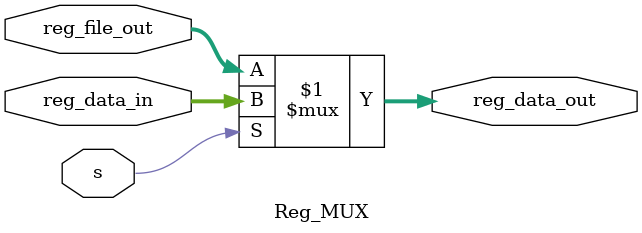
<source format=v>
`timescale 1ns / 1ps

module Reg_MUX(
    input  s,
    input  [31:0]reg_file_out,
    input  [31:0]reg_data_in,
    output [31:0]reg_data_out
    );
    
    assign reg_data_out = s ? reg_data_in : reg_file_out;
endmodule

</source>
